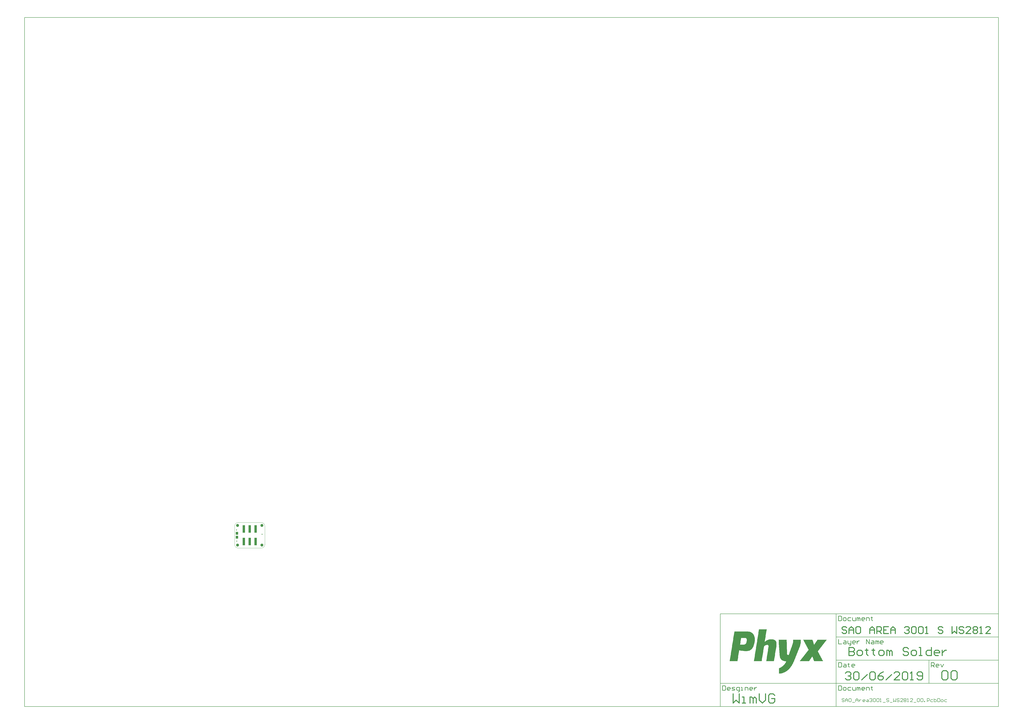
<source format=gbs>
G04*
G04 #@! TF.GenerationSoftware,Altium Limited,Altium Designer,18.1.11 (251)*
G04*
G04 Layer_Color=16711935*
%FSLAX25Y25*%
%MOIN*%
G70*
G01*
G75*
%ADD12C,0.01575*%
%ADD15C,0.00394*%
%ADD16C,0.00787*%
%ADD17C,0.00984*%
%ADD20C,0.05118*%
%ADD21C,0.01772*%
%ADD28R,0.04331X0.04724*%
%ADD29R,0.04331X0.12598*%
G36*
X872201Y-141778D02*
X873919D01*
Y-142065D01*
X874778D01*
Y-142351D01*
X875637D01*
Y-142637D01*
X876496D01*
Y-142924D01*
X877069D01*
Y-143210D01*
X877355D01*
Y-143496D01*
X877928D01*
Y-143783D01*
X878214D01*
Y-144069D01*
X878786D01*
Y-144355D01*
X879073D01*
Y-144641D01*
X879359D01*
Y-144928D01*
X879646D01*
Y-145214D01*
X879932D01*
Y-145501D01*
X880218D01*
Y-145787D01*
X880504D01*
Y-146073D01*
Y-146359D01*
X880791D01*
Y-146646D01*
X881077D01*
Y-146932D01*
Y-147218D01*
X881363D01*
Y-147505D01*
X881650D01*
Y-147791D01*
Y-148077D01*
X881936D01*
Y-148364D01*
Y-148650D01*
Y-148936D01*
X882222D01*
Y-149223D01*
Y-149509D01*
Y-149795D01*
X882509D01*
Y-150082D01*
Y-150368D01*
Y-150654D01*
Y-150940D01*
X882795D01*
Y-151227D01*
Y-151513D01*
Y-151799D01*
Y-152086D01*
Y-152372D01*
X883081D01*
Y-152658D01*
Y-152945D01*
Y-153231D01*
Y-153517D01*
Y-153804D01*
Y-154090D01*
Y-154376D01*
Y-154663D01*
Y-154949D01*
Y-155235D01*
Y-155521D01*
Y-155808D01*
Y-156094D01*
Y-156380D01*
Y-156667D01*
Y-156953D01*
Y-157239D01*
Y-157526D01*
Y-157812D01*
Y-158098D01*
X882795D01*
Y-158385D01*
Y-158671D01*
Y-158957D01*
Y-159244D01*
Y-159530D01*
Y-159816D01*
Y-160102D01*
X882509D01*
Y-160389D01*
Y-160675D01*
Y-160961D01*
Y-161248D01*
Y-161534D01*
X882222D01*
Y-161820D01*
Y-162107D01*
Y-162393D01*
Y-162679D01*
Y-162966D01*
X881936D01*
Y-163252D01*
Y-163538D01*
Y-163824D01*
X881650D01*
Y-164111D01*
Y-164397D01*
Y-164683D01*
Y-164970D01*
X881363D01*
Y-165256D01*
Y-165542D01*
Y-165829D01*
X881077D01*
Y-166115D01*
Y-166401D01*
X880791D01*
Y-166688D01*
Y-166974D01*
Y-167260D01*
X880504D01*
Y-167547D01*
Y-167833D01*
X880218D01*
Y-168119D01*
Y-168405D01*
X879932D01*
Y-168692D01*
Y-168978D01*
X879646D01*
Y-169264D01*
X879359D01*
Y-169551D01*
Y-169837D01*
X879073D01*
Y-170123D01*
X878786D01*
Y-170410D01*
X878500D01*
Y-170696D01*
Y-170982D01*
X878214D01*
Y-171269D01*
X877928D01*
Y-171555D01*
X877641D01*
Y-171841D01*
X877355D01*
Y-172127D01*
X877069D01*
Y-172414D01*
X876496D01*
Y-172700D01*
X876210D01*
Y-172986D01*
X875637D01*
Y-173273D01*
X875351D01*
Y-173559D01*
X874778D01*
Y-173845D01*
X873919D01*
Y-174132D01*
X873060D01*
Y-174418D01*
X872201D01*
Y-174704D01*
X870483D01*
Y-174991D01*
X865330D01*
Y-174704D01*
X862753D01*
Y-174418D01*
X860749D01*
Y-174132D01*
X859317D01*
Y-173845D01*
X857886D01*
Y-173559D01*
X856454D01*
Y-173845D01*
Y-174132D01*
Y-174418D01*
Y-174704D01*
Y-174991D01*
Y-175277D01*
Y-175563D01*
X856168D01*
Y-175850D01*
Y-176136D01*
Y-176422D01*
Y-176709D01*
Y-176995D01*
Y-177281D01*
X855882D01*
Y-177568D01*
Y-177854D01*
Y-178140D01*
Y-178426D01*
Y-178713D01*
Y-178999D01*
X855595D01*
Y-179285D01*
Y-179572D01*
Y-179858D01*
Y-180144D01*
Y-180431D01*
Y-180717D01*
Y-181003D01*
X855309D01*
Y-181290D01*
Y-181576D01*
Y-181862D01*
Y-182149D01*
Y-182435D01*
Y-182721D01*
X855023D01*
Y-183007D01*
Y-183294D01*
Y-183580D01*
Y-183866D01*
Y-184153D01*
Y-184439D01*
X854736D01*
Y-184725D01*
Y-185012D01*
Y-185298D01*
Y-185584D01*
Y-185871D01*
Y-186157D01*
Y-186443D01*
X854450D01*
Y-186730D01*
Y-187016D01*
Y-187302D01*
Y-187588D01*
Y-187875D01*
Y-188161D01*
X854164D01*
Y-188447D01*
Y-188734D01*
Y-189020D01*
Y-189306D01*
Y-189593D01*
Y-189879D01*
X853877D01*
Y-190165D01*
Y-190452D01*
Y-190738D01*
Y-191024D01*
Y-191311D01*
Y-191597D01*
Y-191883D01*
X840421D01*
Y-191597D01*
X840707D01*
Y-191311D01*
Y-191024D01*
Y-190738D01*
Y-190452D01*
Y-190165D01*
X840993D01*
Y-189879D01*
Y-189593D01*
Y-189306D01*
Y-189020D01*
Y-188734D01*
Y-188447D01*
Y-188161D01*
X841280D01*
Y-187875D01*
Y-187588D01*
Y-187302D01*
Y-187016D01*
Y-186730D01*
Y-186443D01*
X841566D01*
Y-186157D01*
Y-185871D01*
Y-185584D01*
Y-185298D01*
Y-185012D01*
Y-184725D01*
X841852D01*
Y-184439D01*
Y-184153D01*
Y-183866D01*
Y-183580D01*
Y-183294D01*
Y-183007D01*
Y-182721D01*
X842138D01*
Y-182435D01*
Y-182149D01*
Y-181862D01*
Y-181576D01*
Y-181290D01*
Y-181003D01*
X842425D01*
Y-180717D01*
Y-180431D01*
Y-180144D01*
Y-179858D01*
Y-179572D01*
Y-179285D01*
X842711D01*
Y-178999D01*
Y-178713D01*
Y-178426D01*
Y-178140D01*
Y-177854D01*
Y-177568D01*
X842997D01*
Y-177281D01*
Y-176995D01*
Y-176709D01*
Y-176422D01*
Y-176136D01*
Y-175850D01*
Y-175563D01*
X843284D01*
Y-175277D01*
Y-174991D01*
Y-174704D01*
Y-174418D01*
Y-174132D01*
Y-173845D01*
X843570D01*
Y-173559D01*
Y-173273D01*
Y-172986D01*
Y-172700D01*
Y-172414D01*
Y-172127D01*
X843856D01*
Y-171841D01*
Y-171555D01*
Y-171269D01*
Y-170982D01*
Y-170696D01*
Y-170410D01*
X844143D01*
Y-170123D01*
Y-169837D01*
Y-169551D01*
Y-169264D01*
Y-168978D01*
Y-168692D01*
Y-168405D01*
X844429D01*
Y-168119D01*
Y-167833D01*
Y-167547D01*
Y-167260D01*
Y-166974D01*
Y-166688D01*
X844715D01*
Y-166401D01*
Y-166115D01*
Y-165829D01*
Y-165542D01*
Y-165256D01*
Y-164970D01*
X845002D01*
Y-164683D01*
Y-164397D01*
Y-164111D01*
Y-163824D01*
Y-163538D01*
Y-163252D01*
Y-162966D01*
X845288D01*
Y-162679D01*
Y-162393D01*
Y-162107D01*
Y-161820D01*
Y-161534D01*
Y-161248D01*
X845574D01*
Y-160961D01*
Y-160675D01*
Y-160389D01*
Y-160102D01*
Y-159816D01*
Y-159530D01*
X845861D01*
Y-159244D01*
Y-158957D01*
Y-158671D01*
Y-158385D01*
Y-158098D01*
Y-157812D01*
X846147D01*
Y-157526D01*
Y-157239D01*
Y-156953D01*
Y-156667D01*
Y-156380D01*
Y-156094D01*
Y-155808D01*
X846433D01*
Y-155521D01*
Y-155235D01*
Y-154949D01*
Y-154663D01*
Y-154376D01*
Y-154090D01*
X846719D01*
Y-153804D01*
Y-153517D01*
Y-153231D01*
Y-152945D01*
Y-152658D01*
Y-152372D01*
X847006D01*
Y-152086D01*
Y-151799D01*
Y-151513D01*
Y-151227D01*
Y-150940D01*
Y-150654D01*
Y-150368D01*
X847292D01*
Y-150082D01*
Y-149795D01*
Y-149509D01*
Y-149223D01*
Y-148936D01*
Y-148650D01*
X847578D01*
Y-148364D01*
Y-148077D01*
Y-147791D01*
Y-147505D01*
Y-147218D01*
Y-146932D01*
X847865D01*
Y-146646D01*
Y-146359D01*
Y-146073D01*
Y-145787D01*
Y-145501D01*
Y-145214D01*
Y-144928D01*
X848151D01*
Y-144641D01*
Y-144355D01*
Y-144069D01*
Y-143783D01*
Y-143496D01*
Y-143210D01*
X848437D01*
Y-142924D01*
Y-142637D01*
Y-142351D01*
Y-142065D01*
Y-141778D01*
Y-141492D01*
X872201D01*
Y-141778D01*
D02*
G37*
G36*
X903409Y-138343D02*
Y-138629D01*
X903123D01*
Y-138915D01*
Y-139202D01*
Y-139488D01*
Y-139774D01*
Y-140060D01*
Y-140347D01*
X902837D01*
Y-140633D01*
Y-140919D01*
Y-141206D01*
Y-141492D01*
Y-141778D01*
Y-142065D01*
X902551D01*
Y-142351D01*
Y-142637D01*
Y-142924D01*
Y-143210D01*
Y-143496D01*
Y-143783D01*
Y-144069D01*
X902264D01*
Y-144355D01*
Y-144641D01*
Y-144928D01*
Y-145214D01*
Y-145501D01*
Y-145787D01*
X901978D01*
Y-146073D01*
Y-146359D01*
Y-146646D01*
Y-146932D01*
Y-147218D01*
Y-147505D01*
X901692D01*
Y-147791D01*
Y-148077D01*
Y-148364D01*
Y-148650D01*
Y-148936D01*
Y-149223D01*
Y-149509D01*
X901405D01*
Y-149795D01*
Y-150082D01*
Y-150368D01*
Y-150654D01*
Y-150940D01*
Y-151227D01*
X901119D01*
Y-151513D01*
Y-151799D01*
Y-152086D01*
Y-152372D01*
Y-152658D01*
Y-152945D01*
X900833D01*
Y-153231D01*
Y-153517D01*
Y-153804D01*
Y-154090D01*
Y-154376D01*
Y-154663D01*
X900546D01*
Y-154949D01*
Y-155235D01*
Y-155521D01*
Y-155808D01*
Y-156094D01*
Y-156380D01*
Y-156667D01*
X900260D01*
Y-156953D01*
Y-157239D01*
Y-157526D01*
Y-157812D01*
Y-158098D01*
Y-158385D01*
X899974D01*
Y-158671D01*
Y-158957D01*
X900546D01*
Y-158671D01*
X900833D01*
Y-158385D01*
X901119D01*
Y-158098D01*
X901692D01*
Y-157812D01*
X901978D01*
Y-157526D01*
X902264D01*
Y-157239D01*
X902837D01*
Y-156953D01*
X903409D01*
Y-156667D01*
X903696D01*
Y-156380D01*
X904268D01*
Y-156094D01*
X905127D01*
Y-155808D01*
X905700D01*
Y-155521D01*
X906559D01*
Y-155235D01*
X907990D01*
Y-154949D01*
X914289D01*
Y-155235D01*
X915435D01*
Y-155521D01*
X916294D01*
Y-155808D01*
X916866D01*
Y-156094D01*
X917153D01*
Y-156380D01*
X917725D01*
Y-156667D01*
X918011D01*
Y-156953D01*
X918298D01*
Y-157239D01*
X918584D01*
Y-157526D01*
X918870D01*
Y-157812D01*
Y-158098D01*
X919157D01*
Y-158385D01*
Y-158671D01*
X919443D01*
Y-158957D01*
Y-159244D01*
Y-159530D01*
X919729D01*
Y-159816D01*
Y-160102D01*
Y-160389D01*
Y-160675D01*
X920016D01*
Y-160961D01*
Y-161248D01*
Y-161534D01*
Y-161820D01*
Y-162107D01*
Y-162393D01*
Y-162679D01*
Y-162966D01*
Y-163252D01*
Y-163538D01*
Y-163824D01*
Y-164111D01*
Y-164397D01*
Y-164683D01*
Y-164970D01*
Y-165256D01*
Y-165542D01*
Y-165829D01*
X919729D01*
Y-166115D01*
Y-166401D01*
Y-166688D01*
Y-166974D01*
Y-167260D01*
Y-167547D01*
Y-167833D01*
X919443D01*
Y-168119D01*
Y-168405D01*
Y-168692D01*
Y-168978D01*
Y-169264D01*
Y-169551D01*
Y-169837D01*
X919157D01*
Y-170123D01*
Y-170410D01*
Y-170696D01*
Y-170982D01*
Y-171269D01*
Y-171555D01*
X918870D01*
Y-171841D01*
Y-172127D01*
Y-172414D01*
Y-172700D01*
Y-172986D01*
Y-173273D01*
X918584D01*
Y-173559D01*
Y-173845D01*
Y-174132D01*
Y-174418D01*
Y-174704D01*
Y-174991D01*
X918298D01*
Y-175277D01*
Y-175563D01*
Y-175850D01*
Y-176136D01*
Y-176422D01*
Y-176709D01*
Y-176995D01*
X918011D01*
Y-177281D01*
Y-177568D01*
Y-177854D01*
Y-178140D01*
Y-178426D01*
Y-178713D01*
X917725D01*
Y-178999D01*
Y-179285D01*
Y-179572D01*
Y-179858D01*
Y-180144D01*
Y-180431D01*
X917439D01*
Y-180717D01*
Y-181003D01*
Y-181290D01*
Y-181576D01*
Y-181862D01*
Y-182149D01*
Y-182435D01*
X917153D01*
Y-182721D01*
Y-183007D01*
Y-183294D01*
Y-183580D01*
Y-183866D01*
Y-184153D01*
X916866D01*
Y-184439D01*
Y-184725D01*
Y-185012D01*
Y-185298D01*
Y-185584D01*
Y-185871D01*
X916580D01*
Y-186157D01*
Y-186443D01*
Y-186730D01*
Y-187016D01*
Y-187302D01*
Y-187588D01*
X916294D01*
Y-187875D01*
Y-188161D01*
Y-188447D01*
Y-188734D01*
Y-189020D01*
Y-189306D01*
Y-189593D01*
X916007D01*
Y-189879D01*
Y-190165D01*
Y-190452D01*
Y-190738D01*
Y-191024D01*
Y-191311D01*
X915721D01*
Y-191597D01*
Y-191883D01*
X902551D01*
Y-191597D01*
Y-191311D01*
X902837D01*
Y-191024D01*
Y-190738D01*
Y-190452D01*
Y-190165D01*
Y-189879D01*
Y-189593D01*
X903123D01*
Y-189306D01*
Y-189020D01*
Y-188734D01*
Y-188447D01*
Y-188161D01*
Y-187875D01*
Y-187588D01*
X903409D01*
Y-187302D01*
Y-187016D01*
Y-186730D01*
Y-186443D01*
Y-186157D01*
Y-185871D01*
X903696D01*
Y-185584D01*
Y-185298D01*
Y-185012D01*
Y-184725D01*
Y-184439D01*
Y-184153D01*
X903982D01*
Y-183866D01*
Y-183580D01*
Y-183294D01*
Y-183007D01*
Y-182721D01*
Y-182435D01*
Y-182149D01*
X904268D01*
Y-181862D01*
Y-181576D01*
Y-181290D01*
Y-181003D01*
Y-180717D01*
Y-180431D01*
X904555D01*
Y-180144D01*
Y-179858D01*
Y-179572D01*
Y-179285D01*
Y-178999D01*
Y-178713D01*
Y-178426D01*
X904841D01*
Y-178140D01*
Y-177854D01*
Y-177568D01*
Y-177281D01*
Y-176995D01*
Y-176709D01*
X905127D01*
Y-176422D01*
Y-176136D01*
Y-175850D01*
Y-175563D01*
Y-175277D01*
Y-174991D01*
X905414D01*
Y-174704D01*
Y-174418D01*
Y-174132D01*
Y-173845D01*
Y-173559D01*
Y-173273D01*
X905700D01*
Y-172986D01*
Y-172700D01*
Y-172414D01*
Y-172127D01*
Y-171841D01*
Y-171555D01*
Y-171269D01*
X905986D01*
Y-170982D01*
Y-170696D01*
Y-170410D01*
Y-170123D01*
Y-169837D01*
Y-169551D01*
X906273D01*
Y-169264D01*
Y-168978D01*
Y-168692D01*
Y-168405D01*
Y-168119D01*
Y-167833D01*
Y-167547D01*
X906559D01*
Y-167260D01*
Y-166974D01*
Y-166688D01*
Y-166401D01*
Y-166115D01*
Y-165829D01*
X906273D01*
Y-165542D01*
Y-165256D01*
X905986D01*
Y-164970D01*
X905700D01*
Y-164683D01*
X905127D01*
Y-164397D01*
X903409D01*
Y-164683D01*
X901978D01*
Y-164970D01*
X901119D01*
Y-165256D01*
X900546D01*
Y-165542D01*
X900260D01*
Y-165829D01*
X899687D01*
Y-166115D01*
X899401D01*
Y-166401D01*
X899115D01*
Y-166688D01*
Y-166974D01*
X898828D01*
Y-167260D01*
Y-167547D01*
Y-167833D01*
X898542D01*
Y-168119D01*
Y-168405D01*
Y-168692D01*
Y-168978D01*
Y-169264D01*
Y-169551D01*
X898256D01*
Y-169837D01*
Y-170123D01*
Y-170410D01*
Y-170696D01*
Y-170982D01*
Y-171269D01*
Y-171555D01*
X897970D01*
Y-171841D01*
Y-172127D01*
Y-172414D01*
Y-172700D01*
Y-172986D01*
Y-173273D01*
X897683D01*
Y-173559D01*
Y-173845D01*
Y-174132D01*
Y-174418D01*
Y-174704D01*
Y-174991D01*
X897397D01*
Y-175277D01*
Y-175563D01*
Y-175850D01*
Y-176136D01*
Y-176422D01*
Y-176709D01*
X897111D01*
Y-176995D01*
Y-177281D01*
Y-177568D01*
Y-177854D01*
Y-178140D01*
Y-178426D01*
Y-178713D01*
X896824D01*
Y-178999D01*
Y-179285D01*
Y-179572D01*
Y-179858D01*
Y-180144D01*
Y-180431D01*
X896538D01*
Y-180717D01*
Y-181003D01*
Y-181290D01*
Y-181576D01*
Y-181862D01*
Y-182149D01*
X896252D01*
Y-182435D01*
Y-182721D01*
Y-183007D01*
Y-183294D01*
Y-183580D01*
Y-183866D01*
Y-184153D01*
X895965D01*
Y-184439D01*
Y-184725D01*
Y-185012D01*
Y-185298D01*
Y-185584D01*
Y-185871D01*
X895679D01*
Y-186157D01*
Y-186443D01*
Y-186730D01*
Y-187016D01*
Y-187302D01*
Y-187588D01*
X895393D01*
Y-187875D01*
Y-188161D01*
Y-188447D01*
Y-188734D01*
Y-189020D01*
Y-189306D01*
X895106D01*
Y-189593D01*
Y-189879D01*
Y-190165D01*
Y-190452D01*
Y-190738D01*
Y-191024D01*
Y-191311D01*
X894820D01*
Y-191597D01*
Y-191883D01*
X881650D01*
Y-191597D01*
Y-191311D01*
X881936D01*
Y-191024D01*
Y-190738D01*
Y-190452D01*
Y-190165D01*
Y-189879D01*
Y-189593D01*
Y-189306D01*
X882222D01*
Y-189020D01*
Y-188734D01*
Y-188447D01*
Y-188161D01*
Y-187875D01*
Y-187588D01*
X882509D01*
Y-187302D01*
Y-187016D01*
Y-186730D01*
Y-186443D01*
Y-186157D01*
Y-185871D01*
X882795D01*
Y-185584D01*
Y-185298D01*
Y-185012D01*
Y-184725D01*
Y-184439D01*
Y-184153D01*
Y-183866D01*
X883081D01*
Y-183580D01*
Y-183294D01*
Y-183007D01*
Y-182721D01*
Y-182435D01*
Y-182149D01*
X883368D01*
Y-181862D01*
Y-181576D01*
Y-181290D01*
Y-181003D01*
Y-180717D01*
Y-180431D01*
X883654D01*
Y-180144D01*
Y-179858D01*
Y-179572D01*
Y-179285D01*
Y-178999D01*
Y-178713D01*
X883940D01*
Y-178426D01*
Y-178140D01*
Y-177854D01*
Y-177568D01*
Y-177281D01*
Y-176995D01*
Y-176709D01*
X884227D01*
Y-176422D01*
Y-176136D01*
Y-175850D01*
Y-175563D01*
Y-175277D01*
Y-174991D01*
X884513D01*
Y-174704D01*
Y-174418D01*
Y-174132D01*
Y-173845D01*
Y-173559D01*
Y-173273D01*
X884799D01*
Y-172986D01*
Y-172700D01*
Y-172414D01*
Y-172127D01*
Y-171841D01*
Y-171555D01*
Y-171269D01*
X885085D01*
Y-170982D01*
Y-170696D01*
Y-170410D01*
Y-170123D01*
Y-169837D01*
Y-169551D01*
X885372D01*
Y-169264D01*
Y-168978D01*
Y-168692D01*
Y-168405D01*
Y-168119D01*
Y-167833D01*
X885658D01*
Y-167547D01*
Y-167260D01*
Y-166974D01*
Y-166688D01*
Y-166401D01*
Y-166115D01*
X885944D01*
Y-165829D01*
Y-165542D01*
Y-165256D01*
Y-164970D01*
Y-164683D01*
Y-164397D01*
Y-164111D01*
X886231D01*
Y-163824D01*
Y-163538D01*
Y-163252D01*
Y-162966D01*
Y-162679D01*
Y-162393D01*
X886517D01*
Y-162107D01*
Y-161820D01*
Y-161534D01*
Y-161248D01*
Y-160961D01*
Y-160675D01*
X886803D01*
Y-160389D01*
Y-160102D01*
Y-159816D01*
Y-159530D01*
Y-159244D01*
Y-158957D01*
X887090D01*
Y-158671D01*
Y-158385D01*
Y-158098D01*
Y-157812D01*
Y-157526D01*
Y-157239D01*
Y-156953D01*
X887376D01*
Y-156667D01*
Y-156380D01*
Y-156094D01*
Y-155808D01*
Y-155521D01*
Y-155235D01*
X887662D01*
Y-154949D01*
Y-154663D01*
Y-154376D01*
Y-154090D01*
Y-153804D01*
Y-153517D01*
X887949D01*
Y-153231D01*
Y-152945D01*
Y-152658D01*
Y-152372D01*
Y-152086D01*
Y-151799D01*
Y-151513D01*
X888235D01*
Y-151227D01*
Y-150940D01*
Y-150654D01*
Y-150368D01*
Y-150082D01*
Y-149795D01*
X888521D01*
Y-149509D01*
Y-149223D01*
Y-148936D01*
Y-148650D01*
Y-148364D01*
Y-148077D01*
X888807D01*
Y-147791D01*
Y-147505D01*
Y-147218D01*
Y-146932D01*
Y-146646D01*
Y-146359D01*
X889094D01*
Y-146073D01*
Y-145787D01*
Y-145501D01*
Y-145214D01*
Y-144928D01*
Y-144641D01*
Y-144355D01*
X889380D01*
Y-144069D01*
Y-143783D01*
Y-143496D01*
Y-143210D01*
Y-142924D01*
Y-142637D01*
X889666D01*
Y-142351D01*
Y-142065D01*
Y-141778D01*
Y-141492D01*
Y-141206D01*
Y-140919D01*
X889953D01*
Y-140633D01*
Y-140347D01*
Y-140060D01*
Y-139774D01*
Y-139488D01*
Y-139202D01*
Y-138915D01*
X890239D01*
Y-138629D01*
Y-138343D01*
Y-138056D01*
X903409D01*
Y-138343D01*
D02*
G37*
G36*
X1005337Y-155808D02*
X1005050D01*
Y-156094D01*
X1004764D01*
Y-156380D01*
Y-156667D01*
X1004478D01*
Y-156953D01*
X1004192D01*
Y-157239D01*
X1003905D01*
Y-157526D01*
Y-157812D01*
X1003619D01*
Y-158098D01*
X1003333D01*
Y-158385D01*
X1003046D01*
Y-158671D01*
X1002760D01*
Y-158957D01*
Y-159244D01*
X1002474D01*
Y-159530D01*
X1002187D01*
Y-159816D01*
X1001901D01*
Y-160102D01*
Y-160389D01*
X1001615D01*
Y-160675D01*
X1001328D01*
Y-160961D01*
X1001042D01*
Y-161248D01*
X1000756D01*
Y-161534D01*
Y-161820D01*
X1000469D01*
Y-162107D01*
X1000183D01*
Y-162393D01*
X999897D01*
Y-162679D01*
Y-162966D01*
X999611D01*
Y-163252D01*
X999324D01*
Y-163538D01*
X999038D01*
Y-163824D01*
Y-164111D01*
X998752D01*
Y-164397D01*
X998465D01*
Y-164683D01*
X998179D01*
Y-164970D01*
X997893D01*
Y-165256D01*
Y-165542D01*
X997606D01*
Y-165829D01*
X997320D01*
Y-166115D01*
X997034D01*
Y-166401D01*
Y-166688D01*
X996747D01*
Y-166974D01*
X996461D01*
Y-167260D01*
X996175D01*
Y-167547D01*
Y-167833D01*
X995889D01*
Y-168119D01*
X995602D01*
Y-168405D01*
X995316D01*
Y-168692D01*
X995030D01*
Y-168978D01*
Y-169264D01*
X994743D01*
Y-169551D01*
X994457D01*
Y-169837D01*
X994171D01*
Y-170123D01*
Y-170410D01*
X993884D01*
Y-170696D01*
X993598D01*
Y-170982D01*
X993312D01*
Y-171269D01*
Y-171555D01*
X993025D01*
Y-171841D01*
X992739D01*
Y-172127D01*
X992453D01*
Y-172414D01*
X992166D01*
Y-172700D01*
Y-172986D01*
X991880D01*
Y-173273D01*
X991594D01*
Y-173559D01*
X991308D01*
Y-173845D01*
Y-174132D01*
X991021D01*
Y-174418D01*
X990735D01*
Y-174704D01*
X990449D01*
Y-174991D01*
X990162D01*
Y-175277D01*
Y-175563D01*
X990449D01*
Y-175850D01*
Y-176136D01*
X990735D01*
Y-176422D01*
Y-176709D01*
X991021D01*
Y-176995D01*
X991308D01*
Y-177281D01*
Y-177568D01*
X991594D01*
Y-177854D01*
Y-178140D01*
X991880D01*
Y-178426D01*
Y-178713D01*
X992166D01*
Y-178999D01*
Y-179285D01*
X992453D01*
Y-179572D01*
Y-179858D01*
X992739D01*
Y-180144D01*
Y-180431D01*
X993025D01*
Y-180717D01*
Y-181003D01*
X993312D01*
Y-181290D01*
Y-181576D01*
X993598D01*
Y-181862D01*
X993884D01*
Y-182149D01*
Y-182435D01*
X994171D01*
Y-182721D01*
Y-183007D01*
X994457D01*
Y-183294D01*
Y-183580D01*
X994743D01*
Y-183866D01*
Y-184153D01*
X995030D01*
Y-184439D01*
Y-184725D01*
X995316D01*
Y-185012D01*
Y-185298D01*
X995602D01*
Y-185584D01*
Y-185871D01*
X995889D01*
Y-186157D01*
X996175D01*
Y-186443D01*
Y-186730D01*
X996461D01*
Y-187016D01*
Y-187302D01*
X996747D01*
Y-187588D01*
Y-187875D01*
X997034D01*
Y-188161D01*
Y-188447D01*
X997320D01*
Y-188734D01*
Y-189020D01*
X997606D01*
Y-189306D01*
Y-189593D01*
X997893D01*
Y-189879D01*
Y-190165D01*
X998179D01*
Y-190452D01*
X998465D01*
Y-190738D01*
Y-191024D01*
X998752D01*
Y-191311D01*
Y-191597D01*
X999038D01*
Y-191883D01*
X983863D01*
Y-191597D01*
X983577D01*
Y-191311D01*
Y-191024D01*
Y-190738D01*
X983291D01*
Y-190452D01*
Y-190165D01*
Y-189879D01*
X983004D01*
Y-189593D01*
Y-189306D01*
X982718D01*
Y-189020D01*
Y-188734D01*
Y-188447D01*
X982432D01*
Y-188161D01*
Y-187875D01*
Y-187588D01*
X982146D01*
Y-187302D01*
Y-187016D01*
X981859D01*
Y-186730D01*
Y-186443D01*
Y-186157D01*
X981573D01*
Y-185871D01*
Y-185584D01*
Y-185298D01*
X981287D01*
Y-185012D01*
Y-184725D01*
Y-184439D01*
X981000D01*
Y-184153D01*
X980428D01*
Y-184439D01*
Y-184725D01*
X980141D01*
Y-185012D01*
X979855D01*
Y-185298D01*
Y-185584D01*
X979569D01*
Y-185871D01*
X979282D01*
Y-186157D01*
Y-186443D01*
X978996D01*
Y-186730D01*
X978710D01*
Y-187016D01*
Y-187302D01*
X978423D01*
Y-187588D01*
X978137D01*
Y-187875D01*
X977851D01*
Y-188161D01*
Y-188447D01*
X977565D01*
Y-188734D01*
X977278D01*
Y-189020D01*
Y-189306D01*
X976992D01*
Y-189593D01*
X976705D01*
Y-189879D01*
Y-190165D01*
X976419D01*
Y-190452D01*
X976133D01*
Y-190738D01*
Y-191024D01*
X975847D01*
Y-191311D01*
X975560D01*
Y-191597D01*
Y-191883D01*
X959527D01*
Y-191597D01*
X959813D01*
Y-191311D01*
X960099D01*
Y-191024D01*
X960386D01*
Y-190738D01*
X960672D01*
Y-190452D01*
Y-190165D01*
X960958D01*
Y-189879D01*
X961245D01*
Y-189593D01*
X961531D01*
Y-189306D01*
X961817D01*
Y-189020D01*
Y-188734D01*
X962104D01*
Y-188447D01*
X962390D01*
Y-188161D01*
X962676D01*
Y-187875D01*
Y-187588D01*
X962963D01*
Y-187302D01*
X963249D01*
Y-187016D01*
X963535D01*
Y-186730D01*
X963822D01*
Y-186443D01*
Y-186157D01*
X964108D01*
Y-185871D01*
X964394D01*
Y-185584D01*
X964680D01*
Y-185298D01*
X964967D01*
Y-185012D01*
Y-184725D01*
X965253D01*
Y-184439D01*
X965539D01*
Y-184153D01*
X965826D01*
Y-183866D01*
Y-183580D01*
X966112D01*
Y-183294D01*
X966398D01*
Y-183007D01*
X966685D01*
Y-182721D01*
X966971D01*
Y-182435D01*
Y-182149D01*
X967257D01*
Y-181862D01*
X967544D01*
Y-181576D01*
X967830D01*
Y-181290D01*
Y-181003D01*
X968116D01*
Y-180717D01*
X968402D01*
Y-180431D01*
X968689D01*
Y-180144D01*
X968975D01*
Y-179858D01*
Y-179572D01*
X969261D01*
Y-179285D01*
X969548D01*
Y-178999D01*
X969834D01*
Y-178713D01*
Y-178426D01*
X970120D01*
Y-178140D01*
X970407D01*
Y-177854D01*
X970693D01*
Y-177568D01*
X970979D01*
Y-177281D01*
Y-176995D01*
X971266D01*
Y-176709D01*
X971552D01*
Y-176422D01*
X971838D01*
Y-176136D01*
X972124D01*
Y-175850D01*
Y-175563D01*
X972411D01*
Y-175277D01*
X972697D01*
Y-174991D01*
X972983D01*
Y-174704D01*
Y-174418D01*
X973270D01*
Y-174132D01*
X973556D01*
Y-173845D01*
X973842D01*
Y-173559D01*
X974129D01*
Y-173273D01*
Y-172986D01*
X974415D01*
Y-172700D01*
Y-172414D01*
Y-172127D01*
X974129D01*
Y-171841D01*
X973842D01*
Y-171555D01*
Y-171269D01*
X973556D01*
Y-170982D01*
Y-170696D01*
X973270D01*
Y-170410D01*
Y-170123D01*
X972983D01*
Y-169837D01*
Y-169551D01*
X972697D01*
Y-169264D01*
Y-168978D01*
X972411D01*
Y-168692D01*
Y-168405D01*
X972124D01*
Y-168119D01*
X971838D01*
Y-167833D01*
Y-167547D01*
X971552D01*
Y-167260D01*
Y-166974D01*
X971266D01*
Y-166688D01*
Y-166401D01*
X970979D01*
Y-166115D01*
Y-165829D01*
X970693D01*
Y-165542D01*
Y-165256D01*
X970407D01*
Y-164970D01*
Y-164683D01*
X970120D01*
Y-164397D01*
X969834D01*
Y-164111D01*
Y-163824D01*
X969548D01*
Y-163538D01*
Y-163252D01*
X969261D01*
Y-162966D01*
Y-162679D01*
X968975D01*
Y-162393D01*
Y-162107D01*
X968689D01*
Y-161820D01*
Y-161534D01*
X968402D01*
Y-161248D01*
Y-160961D01*
X968116D01*
Y-160675D01*
Y-160389D01*
X967830D01*
Y-160102D01*
X967544D01*
Y-159816D01*
Y-159530D01*
X967257D01*
Y-159244D01*
Y-158957D01*
X966971D01*
Y-158671D01*
Y-158385D01*
X966685D01*
Y-158098D01*
Y-157812D01*
X966398D01*
Y-157526D01*
Y-157239D01*
X966112D01*
Y-156953D01*
Y-156667D01*
X965826D01*
Y-156380D01*
X965539D01*
Y-156094D01*
Y-155808D01*
X965253D01*
Y-155521D01*
X981000D01*
Y-155808D01*
X981287D01*
Y-156094D01*
Y-156380D01*
Y-156667D01*
X981573D01*
Y-156953D01*
Y-157239D01*
Y-157526D01*
X981859D01*
Y-157812D01*
Y-158098D01*
Y-158385D01*
X982146D01*
Y-158671D01*
Y-158957D01*
Y-159244D01*
X982432D01*
Y-159530D01*
Y-159816D01*
Y-160102D01*
X982718D01*
Y-160389D01*
Y-160675D01*
Y-160961D01*
X983004D01*
Y-161248D01*
Y-161534D01*
Y-161820D01*
X983291D01*
Y-162107D01*
Y-162393D01*
Y-162679D01*
X983577D01*
Y-162966D01*
Y-163252D01*
Y-163538D01*
Y-163824D01*
X984150D01*
Y-163538D01*
X984436D01*
Y-163252D01*
X984722D01*
Y-162966D01*
Y-162679D01*
X985009D01*
Y-162393D01*
X985295D01*
Y-162107D01*
Y-161820D01*
X985581D01*
Y-161534D01*
X985868D01*
Y-161248D01*
Y-160961D01*
X986154D01*
Y-160675D01*
X986440D01*
Y-160389D01*
Y-160102D01*
X986726D01*
Y-159816D01*
X987013D01*
Y-159530D01*
Y-159244D01*
X987299D01*
Y-158957D01*
X987585D01*
Y-158671D01*
Y-158385D01*
X987872D01*
Y-158098D01*
X988158D01*
Y-157812D01*
Y-157526D01*
X988444D01*
Y-157239D01*
X988731D01*
Y-156953D01*
Y-156667D01*
X989017D01*
Y-156380D01*
X989303D01*
Y-156094D01*
Y-155808D01*
X989590D01*
Y-155521D01*
X1005337D01*
Y-155808D01*
D02*
G37*
G36*
X961245D02*
Y-156094D01*
Y-156380D01*
Y-156667D01*
Y-156953D01*
Y-157239D01*
Y-157526D01*
Y-157812D01*
Y-158098D01*
Y-158385D01*
Y-158671D01*
Y-158957D01*
Y-159244D01*
Y-159530D01*
Y-159816D01*
Y-160102D01*
Y-160389D01*
Y-160675D01*
Y-160961D01*
Y-161248D01*
Y-161534D01*
X960958D01*
Y-161820D01*
Y-162107D01*
Y-162393D01*
Y-162679D01*
Y-162966D01*
X960672D01*
Y-163252D01*
Y-163538D01*
Y-163824D01*
Y-164111D01*
X960386D01*
Y-164397D01*
Y-164683D01*
Y-164970D01*
Y-165256D01*
X960099D01*
Y-165542D01*
Y-165829D01*
Y-166115D01*
X959813D01*
Y-166401D01*
Y-166688D01*
Y-166974D01*
X959527D01*
Y-167260D01*
Y-167547D01*
Y-167833D01*
X959241D01*
Y-168119D01*
Y-168405D01*
Y-168692D01*
X958954D01*
Y-168978D01*
Y-169264D01*
X958668D01*
Y-169551D01*
Y-169837D01*
X958381D01*
Y-170123D01*
Y-170410D01*
Y-170696D01*
X958095D01*
Y-170982D01*
Y-171269D01*
X957809D01*
Y-171555D01*
Y-171841D01*
Y-172127D01*
X957523D01*
Y-172414D01*
Y-172700D01*
X957236D01*
Y-172986D01*
Y-173273D01*
Y-173559D01*
X956950D01*
Y-173845D01*
Y-174132D01*
X956664D01*
Y-174418D01*
Y-174704D01*
Y-174991D01*
X956377D01*
Y-175277D01*
Y-175563D01*
X956091D01*
Y-175850D01*
Y-176136D01*
Y-176422D01*
X955805D01*
Y-176709D01*
Y-176995D01*
X955518D01*
Y-177281D01*
Y-177568D01*
Y-177854D01*
X955232D01*
Y-178140D01*
Y-178426D01*
X954946D01*
Y-178713D01*
Y-178999D01*
Y-179285D01*
X954659D01*
Y-179572D01*
Y-179858D01*
X954373D01*
Y-180144D01*
Y-180431D01*
Y-180717D01*
X954087D01*
Y-181003D01*
Y-181290D01*
X953800D01*
Y-181576D01*
Y-181862D01*
Y-182149D01*
X953514D01*
Y-182435D01*
Y-182721D01*
X953228D01*
Y-183007D01*
Y-183294D01*
Y-183580D01*
X952942D01*
Y-183866D01*
Y-184153D01*
X952655D01*
Y-184439D01*
Y-184725D01*
Y-185012D01*
X952369D01*
Y-185298D01*
Y-185584D01*
X952083D01*
Y-185871D01*
Y-186157D01*
Y-186443D01*
X951796D01*
Y-186730D01*
Y-187016D01*
X951510D01*
Y-187302D01*
Y-187588D01*
Y-187875D01*
X951224D01*
Y-188161D01*
Y-188447D01*
X950937D01*
Y-188734D01*
Y-189020D01*
Y-189306D01*
X950651D01*
Y-189593D01*
Y-189879D01*
X950365D01*
Y-190165D01*
Y-190452D01*
Y-190738D01*
X950078D01*
Y-191024D01*
Y-191311D01*
X949792D01*
Y-191597D01*
Y-191883D01*
Y-192169D01*
X949506D01*
Y-192456D01*
Y-192742D01*
X949220D01*
Y-193028D01*
Y-193315D01*
X948933D01*
Y-193601D01*
Y-193887D01*
X948647D01*
Y-194174D01*
Y-194460D01*
Y-194746D01*
X948361D01*
Y-195033D01*
X948074D01*
Y-195319D01*
Y-195605D01*
Y-195891D01*
X947788D01*
Y-196178D01*
X947502D01*
Y-196464D01*
Y-196750D01*
X947215D01*
Y-197037D01*
Y-197323D01*
X946929D01*
Y-197609D01*
Y-197896D01*
X946643D01*
Y-198182D01*
Y-198468D01*
X946356D01*
Y-198755D01*
X946070D01*
Y-199041D01*
Y-199327D01*
X945784D01*
Y-199614D01*
Y-199900D01*
X945497D01*
Y-200186D01*
X945211D01*
Y-200472D01*
X944925D01*
Y-200759D01*
Y-201045D01*
X944639D01*
Y-201331D01*
X944352D01*
Y-201618D01*
Y-201904D01*
X944066D01*
Y-202190D01*
X943780D01*
Y-202477D01*
X943493D01*
Y-202763D01*
Y-203049D01*
X943207D01*
Y-203336D01*
X942921D01*
Y-203622D01*
X942634D01*
Y-203908D01*
X942348D01*
Y-204195D01*
X942062D01*
Y-204481D01*
Y-204767D01*
X941775D01*
Y-205053D01*
X941489D01*
Y-205340D01*
X941203D01*
Y-205626D01*
X940916D01*
Y-205912D01*
X940630D01*
Y-206199D01*
X940344D01*
Y-206485D01*
X940057D01*
Y-206771D01*
X939485D01*
Y-207058D01*
X939199D01*
Y-207344D01*
X938912D01*
Y-207630D01*
X938626D01*
Y-207917D01*
X938340D01*
Y-208203D01*
X937767D01*
Y-208489D01*
X937481D01*
Y-208776D01*
X936908D01*
Y-209062D01*
X936622D01*
Y-209348D01*
X936049D01*
Y-209634D01*
X935763D01*
Y-209921D01*
X935190D01*
Y-210207D01*
X934618D01*
Y-210493D01*
X934045D01*
Y-210780D01*
X933472D01*
Y-211066D01*
X932900D01*
Y-211352D01*
X932041D01*
Y-211639D01*
X931468D01*
Y-211925D01*
X930609D01*
Y-212211D01*
X929464D01*
Y-212498D01*
X928319D01*
Y-212784D01*
X926601D01*
Y-213070D01*
X924597D01*
Y-213357D01*
X924310D01*
Y-213070D01*
Y-212784D01*
Y-212498D01*
Y-212211D01*
Y-211925D01*
Y-211639D01*
Y-211352D01*
Y-211066D01*
Y-210780D01*
Y-210493D01*
Y-210207D01*
Y-209921D01*
Y-209634D01*
Y-209348D01*
Y-209062D01*
Y-208776D01*
Y-208489D01*
Y-208203D01*
Y-207917D01*
Y-207630D01*
Y-207344D01*
Y-207058D01*
Y-206771D01*
Y-206485D01*
Y-206199D01*
Y-205912D01*
Y-205626D01*
Y-205340D01*
Y-205053D01*
Y-204767D01*
Y-204481D01*
Y-204195D01*
Y-203908D01*
X924883D01*
Y-203622D01*
X925455D01*
Y-203336D01*
X926028D01*
Y-203049D01*
X926601D01*
Y-202763D01*
X927173D01*
Y-202477D01*
X927746D01*
Y-202190D01*
X928032D01*
Y-201904D01*
X928605D01*
Y-201618D01*
X928891D01*
Y-201331D01*
X929464D01*
Y-201045D01*
X929750D01*
Y-200759D01*
X930037D01*
Y-200472D01*
X930609D01*
Y-200186D01*
X930896D01*
Y-199900D01*
X931182D01*
Y-199614D01*
X931468D01*
Y-199327D01*
X931754D01*
Y-199041D01*
X932041D01*
Y-198755D01*
X932327D01*
Y-198468D01*
X932613D01*
Y-198182D01*
X932900D01*
Y-197896D01*
X933186D01*
Y-197609D01*
X933472D01*
Y-197323D01*
X933759D01*
Y-197037D01*
Y-196750D01*
X934045D01*
Y-196464D01*
X934331D01*
Y-196178D01*
X934618D01*
Y-195891D01*
Y-195605D01*
X934904D01*
Y-195319D01*
X935190D01*
Y-195033D01*
Y-194746D01*
X935476D01*
Y-194460D01*
Y-194174D01*
X935763D01*
Y-193887D01*
X936049D01*
Y-193601D01*
Y-193315D01*
X936335D01*
Y-193028D01*
Y-192742D01*
X936622D01*
Y-192456D01*
Y-192169D01*
X934904D01*
Y-191883D01*
X932900D01*
Y-191597D01*
X931754D01*
Y-191311D01*
X931182D01*
Y-191024D01*
X930323D01*
Y-190738D01*
X929750D01*
Y-190452D01*
X929464D01*
Y-190165D01*
X928891D01*
Y-189879D01*
X928605D01*
Y-189593D01*
X928319D01*
Y-189306D01*
X928032D01*
Y-189020D01*
X927746D01*
Y-188734D01*
X927460D01*
Y-188447D01*
Y-188161D01*
X927173D01*
Y-187875D01*
X926887D01*
Y-187588D01*
Y-187302D01*
X926601D01*
Y-187016D01*
Y-186730D01*
X926315D01*
Y-186443D01*
Y-186157D01*
X926028D01*
Y-185871D01*
Y-185584D01*
Y-185298D01*
X925742D01*
Y-185012D01*
Y-184725D01*
Y-184439D01*
Y-184153D01*
X925455D01*
Y-183866D01*
Y-183580D01*
Y-183294D01*
Y-183007D01*
Y-182721D01*
Y-182435D01*
Y-182149D01*
X925169D01*
Y-181862D01*
Y-181576D01*
Y-181290D01*
Y-181003D01*
Y-180717D01*
Y-180431D01*
Y-180144D01*
Y-179858D01*
Y-179572D01*
Y-179285D01*
Y-178999D01*
Y-178713D01*
Y-178426D01*
Y-178140D01*
Y-177854D01*
X924883D01*
Y-177568D01*
Y-177281D01*
Y-176995D01*
Y-176709D01*
Y-176422D01*
Y-176136D01*
Y-175850D01*
Y-175563D01*
Y-175277D01*
Y-174991D01*
Y-174704D01*
Y-174418D01*
Y-174132D01*
Y-173845D01*
Y-173559D01*
X924597D01*
Y-173273D01*
Y-172986D01*
Y-172700D01*
Y-172414D01*
Y-172127D01*
Y-171841D01*
Y-171555D01*
Y-171269D01*
Y-170982D01*
Y-170696D01*
Y-170410D01*
Y-170123D01*
Y-169837D01*
Y-169551D01*
Y-169264D01*
Y-168978D01*
X924310D01*
Y-168692D01*
Y-168405D01*
Y-168119D01*
Y-167833D01*
Y-167547D01*
Y-167260D01*
Y-166974D01*
Y-166688D01*
Y-166401D01*
Y-166115D01*
Y-165829D01*
Y-165542D01*
Y-165256D01*
Y-164970D01*
Y-164683D01*
Y-164397D01*
X924024D01*
Y-164111D01*
Y-163824D01*
Y-163538D01*
Y-163252D01*
Y-162966D01*
Y-162679D01*
Y-162393D01*
Y-162107D01*
Y-161820D01*
Y-161534D01*
Y-161248D01*
Y-160961D01*
Y-160675D01*
Y-160389D01*
X923738D01*
Y-160102D01*
Y-159816D01*
Y-159530D01*
Y-159244D01*
Y-158957D01*
Y-158671D01*
Y-158385D01*
Y-158098D01*
Y-157812D01*
Y-157526D01*
Y-157239D01*
Y-156953D01*
Y-156667D01*
Y-156380D01*
Y-156094D01*
Y-155808D01*
X923451D01*
Y-155521D01*
X937194D01*
Y-155808D01*
Y-156094D01*
Y-156380D01*
Y-156667D01*
Y-156953D01*
Y-157239D01*
Y-157526D01*
Y-157812D01*
Y-158098D01*
Y-158385D01*
Y-158671D01*
Y-158957D01*
Y-159244D01*
Y-159530D01*
X937481D01*
Y-159816D01*
Y-160102D01*
Y-160389D01*
Y-160675D01*
Y-160961D01*
Y-161248D01*
Y-161534D01*
Y-161820D01*
Y-162107D01*
Y-162393D01*
Y-162679D01*
Y-162966D01*
Y-163252D01*
Y-163538D01*
Y-163824D01*
Y-164111D01*
Y-164397D01*
Y-164683D01*
Y-164970D01*
Y-165256D01*
Y-165542D01*
Y-165829D01*
Y-166115D01*
Y-166401D01*
Y-166688D01*
Y-166974D01*
Y-167260D01*
Y-167547D01*
Y-167833D01*
Y-168119D01*
Y-168405D01*
Y-168692D01*
Y-168978D01*
Y-169264D01*
Y-169551D01*
Y-169837D01*
Y-170123D01*
Y-170410D01*
Y-170696D01*
Y-170982D01*
Y-171269D01*
X937767D01*
Y-171555D01*
X937481D01*
Y-171841D01*
Y-172127D01*
X937767D01*
Y-172414D01*
Y-172700D01*
Y-172986D01*
Y-173273D01*
Y-173559D01*
Y-173845D01*
Y-174132D01*
Y-174418D01*
Y-174704D01*
Y-174991D01*
Y-175277D01*
Y-175563D01*
Y-175850D01*
Y-176136D01*
Y-176422D01*
Y-176709D01*
Y-176995D01*
Y-177281D01*
Y-177568D01*
Y-177854D01*
Y-178140D01*
Y-178426D01*
Y-178713D01*
Y-178999D01*
Y-179285D01*
Y-179572D01*
X938053D01*
Y-179858D01*
Y-180144D01*
Y-180431D01*
X938340D01*
Y-180717D01*
X938626D01*
Y-181003D01*
X938912D01*
Y-181290D01*
X939771D01*
Y-181576D01*
X940630D01*
Y-181290D01*
X940916D01*
Y-181003D01*
Y-180717D01*
Y-180431D01*
X941203D01*
Y-180144D01*
Y-179858D01*
X941489D01*
Y-179572D01*
Y-179285D01*
Y-178999D01*
X941775D01*
Y-178713D01*
Y-178426D01*
Y-178140D01*
X942062D01*
Y-177854D01*
Y-177568D01*
Y-177281D01*
X942348D01*
Y-176995D01*
Y-176709D01*
Y-176422D01*
X942634D01*
Y-176136D01*
Y-175850D01*
X942921D01*
Y-175563D01*
Y-175277D01*
Y-174991D01*
X943207D01*
Y-174704D01*
Y-174418D01*
Y-174132D01*
X943493D01*
Y-173845D01*
Y-173559D01*
Y-173273D01*
X943780D01*
Y-172986D01*
Y-172700D01*
X944066D01*
Y-172414D01*
Y-172127D01*
Y-171841D01*
X944352D01*
Y-171555D01*
Y-171269D01*
Y-170982D01*
X944639D01*
Y-170696D01*
Y-170410D01*
Y-170123D01*
X944925D01*
Y-169837D01*
Y-169551D01*
X945211D01*
Y-169264D01*
Y-168978D01*
Y-168692D01*
X945497D01*
Y-168405D01*
Y-168119D01*
Y-167833D01*
X945784D01*
Y-167547D01*
Y-167260D01*
Y-166974D01*
X946070D01*
Y-166688D01*
Y-166401D01*
X946356D01*
Y-166115D01*
Y-165829D01*
Y-165542D01*
X946643D01*
Y-165256D01*
Y-164970D01*
Y-164683D01*
X946929D01*
Y-164397D01*
Y-164111D01*
Y-163824D01*
X947215D01*
Y-163538D01*
Y-163252D01*
Y-162966D01*
Y-162679D01*
X947502D01*
Y-162393D01*
Y-162107D01*
Y-161820D01*
Y-161534D01*
X947788D01*
Y-161248D01*
Y-160961D01*
Y-160675D01*
Y-160389D01*
Y-160102D01*
X948074D01*
Y-159816D01*
Y-159530D01*
Y-159244D01*
Y-158957D01*
Y-158671D01*
Y-158385D01*
X948361D01*
Y-158098D01*
Y-157812D01*
Y-157526D01*
Y-157239D01*
Y-156953D01*
Y-156667D01*
Y-156380D01*
Y-156094D01*
Y-155808D01*
Y-155521D01*
X961245D01*
Y-155808D01*
D02*
G37*
%LPC*%
G36*
X867907Y-152658D02*
X859890D01*
Y-152945D01*
Y-153231D01*
Y-153517D01*
Y-153804D01*
Y-154090D01*
X859604D01*
Y-154376D01*
Y-154663D01*
Y-154949D01*
Y-155235D01*
Y-155521D01*
Y-155808D01*
X859317D01*
Y-156094D01*
Y-156380D01*
Y-156667D01*
Y-156953D01*
Y-157239D01*
Y-157526D01*
X859031D01*
Y-157812D01*
Y-158098D01*
Y-158385D01*
Y-158671D01*
Y-158957D01*
Y-159244D01*
X858745D01*
Y-159530D01*
Y-159816D01*
Y-160102D01*
Y-160389D01*
Y-160675D01*
Y-160961D01*
Y-161248D01*
X858458D01*
Y-161534D01*
Y-161820D01*
Y-162107D01*
Y-162393D01*
Y-162679D01*
Y-162966D01*
X858172D01*
Y-163252D01*
Y-163538D01*
Y-163824D01*
X865330D01*
Y-163538D01*
X866475D01*
Y-163252D01*
X867048D01*
Y-162966D01*
X867334D01*
Y-162679D01*
X867620D01*
Y-162393D01*
X867907D01*
Y-162107D01*
X868193D01*
Y-161820D01*
Y-161534D01*
X868479D01*
Y-161248D01*
Y-160961D01*
X868766D01*
Y-160675D01*
Y-160389D01*
X869052D01*
Y-160102D01*
Y-159816D01*
Y-159530D01*
Y-159244D01*
X869338D01*
Y-158957D01*
Y-158671D01*
Y-158385D01*
Y-158098D01*
Y-157812D01*
X869625D01*
Y-157526D01*
Y-157239D01*
Y-156953D01*
Y-156667D01*
Y-156380D01*
Y-156094D01*
Y-155808D01*
Y-155521D01*
Y-155235D01*
Y-154949D01*
Y-154663D01*
X869338D01*
Y-154376D01*
Y-154090D01*
X869052D01*
Y-153804D01*
Y-153517D01*
X868766D01*
Y-153231D01*
X868479D01*
Y-152945D01*
X867907D01*
Y-152658D01*
D02*
G37*
%LPD*%
D12*
X1042921Y-168552D02*
Y-182327D01*
X1049809D01*
X1052104Y-180031D01*
Y-177735D01*
X1049809Y-175439D01*
X1042921D01*
X1049809D01*
X1052104Y-173144D01*
Y-170848D01*
X1049809Y-168552D01*
X1042921D01*
X1058992Y-182327D02*
X1063584D01*
X1065879Y-180031D01*
Y-175439D01*
X1063584Y-173144D01*
X1058992D01*
X1056696Y-175439D01*
Y-180031D01*
X1058992Y-182327D01*
X1072767Y-170848D02*
Y-173144D01*
X1070471D01*
X1075063D01*
X1072767D01*
Y-180031D01*
X1075063Y-182327D01*
X1084246Y-170848D02*
Y-173144D01*
X1081950D01*
X1086542D01*
X1084246D01*
Y-180031D01*
X1086542Y-182327D01*
X1095725D02*
X1100317D01*
X1102613Y-180031D01*
Y-175439D01*
X1100317Y-173144D01*
X1095725D01*
X1093430Y-175439D01*
Y-180031D01*
X1095725Y-182327D01*
X1107205D02*
Y-173144D01*
X1109501D01*
X1111796Y-175439D01*
Y-182327D01*
Y-175439D01*
X1114092Y-173144D01*
X1116388Y-175439D01*
Y-182327D01*
X1143938Y-170848D02*
X1141642Y-168552D01*
X1137051D01*
X1134755Y-170848D01*
Y-173144D01*
X1137051Y-175439D01*
X1141642D01*
X1143938Y-177735D01*
Y-180031D01*
X1141642Y-182327D01*
X1137051D01*
X1134755Y-180031D01*
X1150826Y-182327D02*
X1155417D01*
X1157713Y-180031D01*
Y-175439D01*
X1155417Y-173144D01*
X1150826D01*
X1148530Y-175439D01*
Y-180031D01*
X1150826Y-182327D01*
X1162305D02*
X1166897D01*
X1164601D01*
Y-168552D01*
X1162305D01*
X1182968D02*
Y-182327D01*
X1176080D01*
X1173784Y-180031D01*
Y-175439D01*
X1176080Y-173144D01*
X1182968D01*
X1194447Y-182327D02*
X1189855D01*
X1187559Y-180031D01*
Y-175439D01*
X1189855Y-173144D01*
X1194447D01*
X1196743Y-175439D01*
Y-177735D01*
X1187559D01*
X1201334Y-173144D02*
Y-182327D01*
Y-177735D01*
X1203630Y-175439D01*
X1205926Y-173144D01*
X1208222D01*
X846071Y-247293D02*
Y-263036D01*
X851318Y-257788D01*
X856566Y-263036D01*
Y-247293D01*
X861814Y-263036D02*
X867061D01*
X864437D01*
Y-252540D01*
X861814D01*
X874933Y-263036D02*
Y-252540D01*
X877556D01*
X880180Y-255164D01*
Y-263036D01*
Y-255164D01*
X882804Y-252540D01*
X885428Y-255164D01*
Y-263036D01*
X890676Y-247293D02*
Y-257788D01*
X895923Y-263036D01*
X901171Y-257788D01*
Y-247293D01*
X916914Y-249917D02*
X914290Y-247293D01*
X909042D01*
X906419Y-249917D01*
Y-260412D01*
X909042Y-263036D01*
X914290D01*
X916914Y-260412D01*
Y-255164D01*
X911666D01*
X1200401Y-210546D02*
X1203025Y-207923D01*
X1208273D01*
X1210897Y-210546D01*
Y-221042D01*
X1208273Y-223665D01*
X1203025D01*
X1200401Y-221042D01*
Y-210546D01*
X1216144D02*
X1218768Y-207923D01*
X1224016D01*
X1226639Y-210546D01*
Y-221042D01*
X1224016Y-223665D01*
X1218768D01*
X1216144Y-221042D01*
Y-210546D01*
X1037015Y-212186D02*
X1039311Y-209890D01*
X1043903D01*
X1046199Y-212186D01*
Y-214482D01*
X1043903Y-216778D01*
X1041607D01*
X1043903D01*
X1046199Y-219074D01*
Y-221370D01*
X1043903Y-223665D01*
X1039311D01*
X1037015Y-221370D01*
X1050791Y-212186D02*
X1053086Y-209890D01*
X1057678D01*
X1059974Y-212186D01*
Y-221370D01*
X1057678Y-223665D01*
X1053086D01*
X1050791Y-221370D01*
Y-212186D01*
X1064566Y-223665D02*
X1073749Y-214482D01*
X1078341Y-212186D02*
X1080637Y-209890D01*
X1085228D01*
X1087524Y-212186D01*
Y-221370D01*
X1085228Y-223665D01*
X1080637D01*
X1078341Y-221370D01*
Y-212186D01*
X1101299Y-209890D02*
X1096707Y-212186D01*
X1092116Y-216778D01*
Y-221370D01*
X1094412Y-223665D01*
X1099003D01*
X1101299Y-221370D01*
Y-219074D01*
X1099003Y-216778D01*
X1092116D01*
X1105891Y-223665D02*
X1115074Y-214482D01*
X1128849Y-223665D02*
X1119666D01*
X1128849Y-214482D01*
Y-212186D01*
X1126553Y-209890D01*
X1121962D01*
X1119666Y-212186D01*
X1133441D02*
X1135737Y-209890D01*
X1140329D01*
X1142624Y-212186D01*
Y-221370D01*
X1140329Y-223665D01*
X1135737D01*
X1133441Y-221370D01*
Y-212186D01*
X1147216Y-223665D02*
X1151808D01*
X1149512D01*
Y-209890D01*
X1147216Y-212186D01*
X1158695Y-221370D02*
X1160991Y-223665D01*
X1165583D01*
X1167879Y-221370D01*
Y-212186D01*
X1165583Y-209890D01*
X1160991D01*
X1158695Y-212186D01*
Y-214482D01*
X1160991Y-216778D01*
X1167879D01*
X1038981Y-135086D02*
X1037014Y-133118D01*
X1033078D01*
X1031110Y-135086D01*
Y-137054D01*
X1033078Y-139022D01*
X1037014D01*
X1038981Y-140990D01*
Y-142957D01*
X1037014Y-144925D01*
X1033078D01*
X1031110Y-142957D01*
X1042917Y-144925D02*
Y-137054D01*
X1046853Y-133118D01*
X1050789Y-137054D01*
Y-144925D01*
Y-139022D01*
X1042917D01*
X1060628Y-133118D02*
X1056692D01*
X1054724Y-135086D01*
Y-142957D01*
X1056692Y-144925D01*
X1060628D01*
X1062596Y-142957D01*
Y-135086D01*
X1060628Y-133118D01*
X1078339Y-144925D02*
Y-137054D01*
X1082275Y-133118D01*
X1086210Y-137054D01*
Y-144925D01*
Y-139022D01*
X1078339D01*
X1090146Y-144925D02*
Y-133118D01*
X1096049D01*
X1098017Y-135086D01*
Y-139022D01*
X1096049Y-140990D01*
X1090146D01*
X1094082D02*
X1098017Y-144925D01*
X1109825Y-133118D02*
X1101953D01*
Y-144925D01*
X1109825D01*
X1101953Y-139022D02*
X1105889D01*
X1113760Y-144925D02*
Y-137054D01*
X1117696Y-133118D01*
X1121632Y-137054D01*
Y-144925D01*
Y-139022D01*
X1113760D01*
X1137375Y-135086D02*
X1139343Y-133118D01*
X1143278D01*
X1145246Y-135086D01*
Y-137054D01*
X1143278Y-139022D01*
X1141310D01*
X1143278D01*
X1145246Y-140990D01*
Y-142957D01*
X1143278Y-144925D01*
X1139343D01*
X1137375Y-142957D01*
X1149182Y-135086D02*
X1151150Y-133118D01*
X1155085D01*
X1157053Y-135086D01*
Y-142957D01*
X1155085Y-144925D01*
X1151150D01*
X1149182Y-142957D01*
Y-135086D01*
X1160989D02*
X1162957Y-133118D01*
X1166893D01*
X1168861Y-135086D01*
Y-142957D01*
X1166893Y-144925D01*
X1162957D01*
X1160989Y-142957D01*
Y-135086D01*
X1172796Y-144925D02*
X1176732D01*
X1174764D01*
Y-133118D01*
X1172796Y-135086D01*
X1202314D02*
X1200346Y-133118D01*
X1196411D01*
X1194443Y-135086D01*
Y-137054D01*
X1196411Y-139022D01*
X1200346D01*
X1202314Y-140990D01*
Y-142957D01*
X1200346Y-144925D01*
X1196411D01*
X1194443Y-142957D01*
X1218057Y-133118D02*
Y-144925D01*
X1221993Y-140990D01*
X1225929Y-144925D01*
Y-133118D01*
X1237736Y-135086D02*
X1235768Y-133118D01*
X1231832D01*
X1229865Y-135086D01*
Y-137054D01*
X1231832Y-139022D01*
X1235768D01*
X1237736Y-140990D01*
Y-142957D01*
X1235768Y-144925D01*
X1231832D01*
X1229865Y-142957D01*
X1249543Y-144925D02*
X1241672D01*
X1249543Y-137054D01*
Y-135086D01*
X1247575Y-133118D01*
X1243639D01*
X1241672Y-135086D01*
X1253479D02*
X1255447Y-133118D01*
X1259383D01*
X1261350Y-135086D01*
Y-137054D01*
X1259383Y-139022D01*
X1261350Y-140990D01*
Y-142957D01*
X1259383Y-144925D01*
X1255447D01*
X1253479Y-142957D01*
Y-140990D01*
X1255447Y-139022D01*
X1253479Y-137054D01*
Y-135086D01*
X1255447Y-139022D02*
X1259383D01*
X1265286Y-144925D02*
X1269222D01*
X1267254D01*
Y-133118D01*
X1265286Y-135086D01*
X1282997Y-144925D02*
X1275125D01*
X1282997Y-137054D01*
Y-135086D01*
X1281029Y-133118D01*
X1277093D01*
X1275125Y-135086D01*
D15*
X0Y5906D02*
G03*
X5906Y0I5906J0D01*
G01*
X51181Y37402D02*
G03*
X45276Y43307I-5906J0D01*
G01*
Y0D02*
G03*
X51181Y5906I0J5906D01*
G01*
X5906Y43307D02*
G03*
X0Y37402I0J-5906D01*
G01*
Y5906D02*
Y37402D01*
X51181Y5906D02*
Y37402D01*
X5906Y0D02*
X45276D01*
X5906Y43307D02*
X45276D01*
D16*
X1178748Y-229571D02*
Y-190201D01*
X1021267Y-150831D02*
X1296858D01*
X1021267Y-190201D02*
X1296858D01*
X824417Y-229571D02*
X1296858D01*
X824417Y-111461D02*
X1296858D01*
X824417Y-268941D02*
Y-111461D01*
X1021267Y-268941D02*
Y-111461D01*
X-356685Y900350D02*
X1296858D01*
Y-268941D02*
Y900350D01*
X-356685Y-268941D02*
Y900350D01*
Y-268941D02*
X1296858D01*
X1035046Y-256147D02*
X1034062Y-255164D01*
X1032094D01*
X1031110Y-256147D01*
Y-257131D01*
X1032094Y-258115D01*
X1034062D01*
X1035046Y-259099D01*
Y-260083D01*
X1034062Y-261067D01*
X1032094D01*
X1031110Y-260083D01*
X1037014Y-261067D02*
Y-257131D01*
X1038981Y-255164D01*
X1040949Y-257131D01*
Y-261067D01*
Y-258115D01*
X1037014D01*
X1045869Y-255164D02*
X1043901D01*
X1042917Y-256147D01*
Y-260083D01*
X1043901Y-261067D01*
X1045869D01*
X1046853Y-260083D01*
Y-256147D01*
X1045869Y-255164D01*
X1048821Y-262051D02*
X1052757D01*
X1054724Y-261067D02*
Y-257131D01*
X1056692Y-255164D01*
X1058660Y-257131D01*
Y-261067D01*
Y-258115D01*
X1054724D01*
X1060628Y-257131D02*
Y-261067D01*
Y-259099D01*
X1061612Y-258115D01*
X1062596Y-257131D01*
X1063580D01*
X1069483Y-261067D02*
X1067515D01*
X1066531Y-260083D01*
Y-258115D01*
X1067515Y-257131D01*
X1069483D01*
X1070467Y-258115D01*
Y-259099D01*
X1066531D01*
X1073419Y-257131D02*
X1075387D01*
X1076371Y-258115D01*
Y-261067D01*
X1073419D01*
X1072435Y-260083D01*
X1073419Y-259099D01*
X1076371D01*
X1078339Y-256147D02*
X1079323Y-255164D01*
X1081291D01*
X1082275Y-256147D01*
Y-257131D01*
X1081291Y-258115D01*
X1080307D01*
X1081291D01*
X1082275Y-259099D01*
Y-260083D01*
X1081291Y-261067D01*
X1079323D01*
X1078339Y-260083D01*
X1084242Y-256147D02*
X1085226Y-255164D01*
X1087194D01*
X1088178Y-256147D01*
Y-260083D01*
X1087194Y-261067D01*
X1085226D01*
X1084242Y-260083D01*
Y-256147D01*
X1090146D02*
X1091130Y-255164D01*
X1093098D01*
X1094082Y-256147D01*
Y-260083D01*
X1093098Y-261067D01*
X1091130D01*
X1090146Y-260083D01*
Y-256147D01*
X1096049Y-261067D02*
X1098017D01*
X1097034D01*
Y-255164D01*
X1096049Y-256147D01*
X1100969Y-262051D02*
X1104905D01*
X1110808Y-256147D02*
X1109825Y-255164D01*
X1107857D01*
X1106873Y-256147D01*
Y-257131D01*
X1107857Y-258115D01*
X1109825D01*
X1110808Y-259099D01*
Y-260083D01*
X1109825Y-261067D01*
X1107857D01*
X1106873Y-260083D01*
X1112776Y-262051D02*
X1116712D01*
X1118680Y-255164D02*
Y-261067D01*
X1120648Y-259099D01*
X1122616Y-261067D01*
Y-255164D01*
X1128519Y-256147D02*
X1127535Y-255164D01*
X1125568D01*
X1124584Y-256147D01*
Y-257131D01*
X1125568Y-258115D01*
X1127535D01*
X1128519Y-259099D01*
Y-260083D01*
X1127535Y-261067D01*
X1125568D01*
X1124584Y-260083D01*
X1134423Y-261067D02*
X1130487D01*
X1134423Y-257131D01*
Y-256147D01*
X1133439Y-255164D01*
X1131471D01*
X1130487Y-256147D01*
X1136391D02*
X1137375Y-255164D01*
X1139343D01*
X1140326Y-256147D01*
Y-257131D01*
X1139343Y-258115D01*
X1140326Y-259099D01*
Y-260083D01*
X1139343Y-261067D01*
X1137375D01*
X1136391Y-260083D01*
Y-259099D01*
X1137375Y-258115D01*
X1136391Y-257131D01*
Y-256147D01*
X1137375Y-258115D02*
X1139343D01*
X1142294Y-261067D02*
X1144262D01*
X1143278D01*
Y-255164D01*
X1142294Y-256147D01*
X1151150Y-261067D02*
X1147214D01*
X1151150Y-257131D01*
Y-256147D01*
X1150166Y-255164D01*
X1148198D01*
X1147214Y-256147D01*
X1153118Y-262051D02*
X1157053D01*
X1159021Y-256147D02*
X1160005Y-255164D01*
X1161973D01*
X1162957Y-256147D01*
Y-260083D01*
X1161973Y-261067D01*
X1160005D01*
X1159021Y-260083D01*
Y-256147D01*
X1164925D02*
X1165909Y-255164D01*
X1167877D01*
X1168861Y-256147D01*
Y-260083D01*
X1167877Y-261067D01*
X1165909D01*
X1164925Y-260083D01*
Y-256147D01*
X1170829Y-261067D02*
Y-260083D01*
X1171812D01*
Y-261067D01*
X1170829D01*
X1175748D02*
Y-255164D01*
X1178700D01*
X1179684Y-256147D01*
Y-258115D01*
X1178700Y-259099D01*
X1175748D01*
X1185588Y-257131D02*
X1182636D01*
X1181652Y-258115D01*
Y-260083D01*
X1182636Y-261067D01*
X1185588D01*
X1187555Y-255164D02*
Y-261067D01*
X1190507D01*
X1191491Y-260083D01*
Y-259099D01*
Y-258115D01*
X1190507Y-257131D01*
X1187555D01*
X1193459Y-255164D02*
Y-261067D01*
X1196411D01*
X1197395Y-260083D01*
Y-256147D01*
X1196411Y-255164D01*
X1193459D01*
X1200346Y-261067D02*
X1202314D01*
X1203298Y-260083D01*
Y-258115D01*
X1202314Y-257131D01*
X1200346D01*
X1199362Y-258115D01*
Y-260083D01*
X1200346Y-261067D01*
X1209202Y-257131D02*
X1206250D01*
X1205266Y-258115D01*
Y-260083D01*
X1206250Y-261067D01*
X1209202D01*
D17*
X1182685Y-202012D02*
Y-194141D01*
X1186621D01*
X1187932Y-195452D01*
Y-198076D01*
X1186621Y-199388D01*
X1182685D01*
X1185308D02*
X1187932Y-202012D01*
X1194492D02*
X1191868D01*
X1190556Y-200700D01*
Y-198076D01*
X1191868Y-196764D01*
X1194492D01*
X1195804Y-198076D01*
Y-199388D01*
X1190556D01*
X1198428Y-196764D02*
X1201052Y-202012D01*
X1203675Y-196764D01*
X828354Y-233511D02*
Y-241382D01*
X832290D01*
X833602Y-240070D01*
Y-234823D01*
X832290Y-233511D01*
X828354D01*
X840161Y-241382D02*
X837537D01*
X836226Y-240070D01*
Y-237446D01*
X837537Y-236134D01*
X840161D01*
X841473Y-237446D01*
Y-238758D01*
X836226D01*
X844097Y-241382D02*
X848033D01*
X849345Y-240070D01*
X848033Y-238758D01*
X845409D01*
X844097Y-237446D01*
X845409Y-236134D01*
X849345D01*
X854592Y-244006D02*
X855904D01*
X857216Y-242694D01*
Y-236134D01*
X853280D01*
X851968Y-237446D01*
Y-240070D01*
X853280Y-241382D01*
X857216D01*
X859840D02*
X862464D01*
X861152D01*
Y-236134D01*
X859840D01*
X866399Y-241382D02*
Y-236134D01*
X870335D01*
X871647Y-237446D01*
Y-241382D01*
X878207D02*
X875583D01*
X874271Y-240070D01*
Y-237446D01*
X875583Y-236134D01*
X878207D01*
X879519Y-237446D01*
Y-238758D01*
X874271D01*
X882143Y-236134D02*
Y-241382D01*
Y-238758D01*
X883454Y-237446D01*
X884766Y-236134D01*
X886078D01*
X1025204Y-115400D02*
Y-123272D01*
X1029140D01*
X1030452Y-121960D01*
Y-116712D01*
X1029140Y-115400D01*
X1025204D01*
X1034388Y-123272D02*
X1037012D01*
X1038323Y-121960D01*
Y-119336D01*
X1037012Y-118024D01*
X1034388D01*
X1033076Y-119336D01*
Y-121960D01*
X1034388Y-123272D01*
X1046195Y-118024D02*
X1042259D01*
X1040947Y-119336D01*
Y-121960D01*
X1042259Y-123272D01*
X1046195D01*
X1048819Y-118024D02*
Y-121960D01*
X1050131Y-123272D01*
X1054066D01*
Y-118024D01*
X1056690Y-123272D02*
Y-118024D01*
X1058002D01*
X1059314Y-119336D01*
Y-123272D01*
Y-119336D01*
X1060626Y-118024D01*
X1061938Y-119336D01*
Y-123272D01*
X1068498D02*
X1065874D01*
X1064562Y-121960D01*
Y-119336D01*
X1065874Y-118024D01*
X1068498D01*
X1069810Y-119336D01*
Y-120648D01*
X1064562D01*
X1072433Y-123272D02*
Y-118024D01*
X1076369D01*
X1077681Y-119336D01*
Y-123272D01*
X1081617Y-116712D02*
Y-118024D01*
X1080305D01*
X1082929D01*
X1081617D01*
Y-121960D01*
X1082929Y-123272D01*
X1025204Y-154770D02*
Y-162642D01*
X1030452D01*
X1034388Y-157394D02*
X1037012D01*
X1038323Y-158706D01*
Y-162642D01*
X1034388D01*
X1033076Y-161330D01*
X1034388Y-160018D01*
X1038323D01*
X1040947Y-157394D02*
Y-161330D01*
X1042259Y-162642D01*
X1046195D01*
Y-163954D01*
X1044883Y-165266D01*
X1043571D01*
X1046195Y-162642D02*
Y-157394D01*
X1052755Y-162642D02*
X1050131D01*
X1048819Y-161330D01*
Y-158706D01*
X1050131Y-157394D01*
X1052755D01*
X1054066Y-158706D01*
Y-160018D01*
X1048819D01*
X1056690Y-157394D02*
Y-162642D01*
Y-160018D01*
X1058002Y-158706D01*
X1059314Y-157394D01*
X1060626D01*
X1072433Y-162642D02*
Y-154770D01*
X1077681Y-162642D01*
Y-154770D01*
X1081617Y-157394D02*
X1084241D01*
X1085552Y-158706D01*
Y-162642D01*
X1081617D01*
X1080305Y-161330D01*
X1081617Y-160018D01*
X1085552D01*
X1088176Y-162642D02*
Y-157394D01*
X1089488D01*
X1090800Y-158706D01*
Y-162642D01*
Y-158706D01*
X1092112Y-157394D01*
X1093424Y-158706D01*
Y-162642D01*
X1099984D02*
X1097360D01*
X1096048Y-161330D01*
Y-158706D01*
X1097360Y-157394D01*
X1099984D01*
X1101295Y-158706D01*
Y-160018D01*
X1096048D01*
X1025204Y-194141D02*
Y-202012D01*
X1029140D01*
X1030452Y-200700D01*
Y-195452D01*
X1029140Y-194141D01*
X1025204D01*
X1034388Y-196764D02*
X1037012D01*
X1038323Y-198076D01*
Y-202012D01*
X1034388D01*
X1033076Y-200700D01*
X1034388Y-199388D01*
X1038323D01*
X1042259Y-195452D02*
Y-196764D01*
X1040947D01*
X1043571D01*
X1042259D01*
Y-200700D01*
X1043571Y-202012D01*
X1051443D02*
X1048819D01*
X1047507Y-200700D01*
Y-198076D01*
X1048819Y-196764D01*
X1051443D01*
X1052755Y-198076D01*
Y-199388D01*
X1047507D01*
X1025204Y-233511D02*
Y-241382D01*
X1029140D01*
X1030452Y-240070D01*
Y-234823D01*
X1029140Y-233511D01*
X1025204D01*
X1034388Y-241382D02*
X1037012D01*
X1038323Y-240070D01*
Y-237446D01*
X1037012Y-236134D01*
X1034388D01*
X1033076Y-237446D01*
Y-240070D01*
X1034388Y-241382D01*
X1046195Y-236134D02*
X1042259D01*
X1040947Y-237446D01*
Y-240070D01*
X1042259Y-241382D01*
X1046195D01*
X1048819Y-236134D02*
Y-240070D01*
X1050131Y-241382D01*
X1054066D01*
Y-236134D01*
X1056690Y-241382D02*
Y-236134D01*
X1058002D01*
X1059314Y-237446D01*
Y-241382D01*
Y-237446D01*
X1060626Y-236134D01*
X1061938Y-237446D01*
Y-241382D01*
X1068498D02*
X1065874D01*
X1064562Y-240070D01*
Y-237446D01*
X1065874Y-236134D01*
X1068498D01*
X1069810Y-237446D01*
Y-238758D01*
X1064562D01*
X1072433Y-241382D02*
Y-236134D01*
X1076369D01*
X1077681Y-237446D01*
Y-241382D01*
X1081617Y-234823D02*
Y-236134D01*
X1080305D01*
X1082929D01*
X1081617D01*
Y-240070D01*
X1082929Y-241382D01*
D20*
X46260Y38386D02*
D03*
X4921Y4921D02*
D03*
Y38386D02*
D03*
X46260Y4921D02*
D03*
D21*
X3642Y11614D02*
D03*
X3347Y30709D02*
D03*
X46555Y23425D02*
D03*
D28*
X3937Y18307D02*
D03*
Y25000D02*
D03*
D29*
X15590Y32283D02*
D03*
Y11024D02*
D03*
X25591Y32283D02*
D03*
X35591D02*
D03*
X25591Y11024D02*
D03*
X35591D02*
D03*
M02*

</source>
